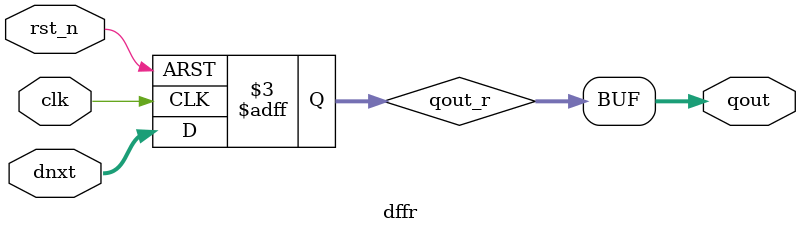
<source format=v>
module dffr # (
  parameter DW = 32,
  parameter RDT = 0
) (
  input      [DW-1:0] dnxt,
  output     [DW-1:0] qout,
  input               clk,
  input               rst_n
);
reg [DW-1:0] qout_r;
always @(posedge clk or negedge rst_n)
begin : DFFR_PROC
  if (rst_n == 1'b0)
    qout_r <= RDT;
  else                  
    qout_r <= #1 dnxt;
end
assign qout = qout_r;
endmodule
</source>
